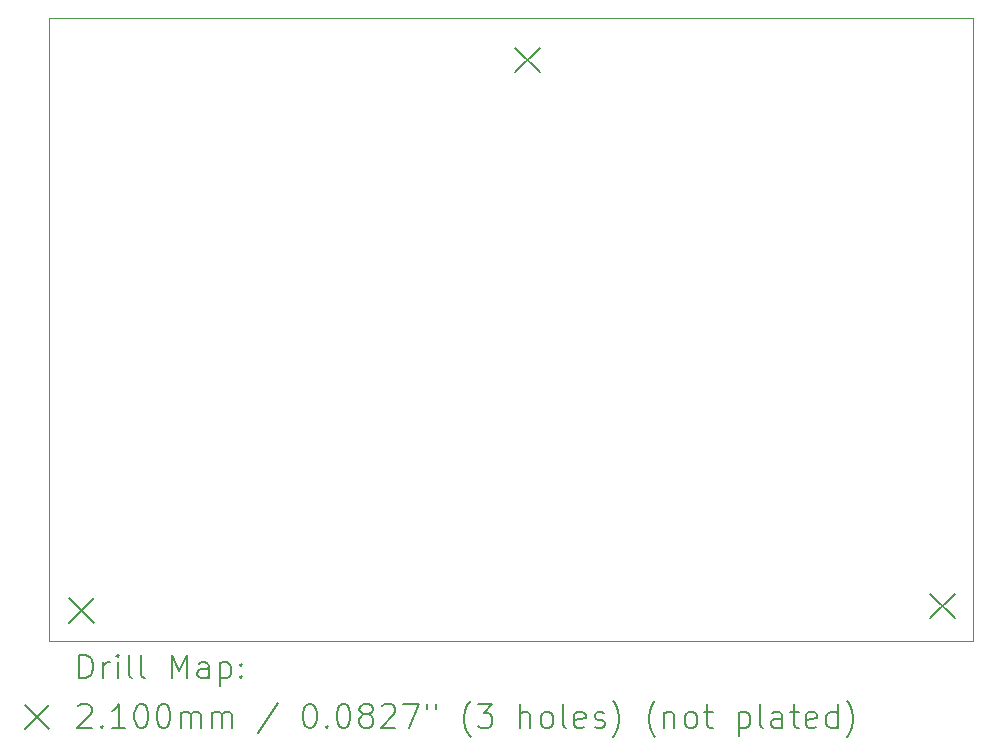
<source format=gbr>
%TF.GenerationSoftware,KiCad,Pcbnew,7.0.7*%
%TF.CreationDate,2024-02-11T14:13:46-05:00*%
%TF.ProjectId,Teddi 2-11-24,54656464-6920-4322-9d31-312d32342e6b,rev?*%
%TF.SameCoordinates,Original*%
%TF.FileFunction,Drillmap*%
%TF.FilePolarity,Positive*%
%FSLAX45Y45*%
G04 Gerber Fmt 4.5, Leading zero omitted, Abs format (unit mm)*
G04 Created by KiCad (PCBNEW 7.0.7) date 2024-02-11 14:13:46*
%MOMM*%
%LPD*%
G01*
G04 APERTURE LIST*
%ADD10C,0.100000*%
%ADD11C,0.200000*%
%ADD12C,0.210000*%
G04 APERTURE END LIST*
D10*
X5300000Y-7750000D02*
X13120000Y-7750000D01*
X13120000Y-13020000D01*
X5300000Y-13020000D01*
X5300000Y-7750000D01*
D11*
D12*
X5470300Y-12658500D02*
X5680300Y-12868500D01*
X5680300Y-12658500D02*
X5470300Y-12868500D01*
X9242200Y-7997600D02*
X9452200Y-8207600D01*
X9452200Y-7997600D02*
X9242200Y-8207600D01*
X12760100Y-12620400D02*
X12970100Y-12830400D01*
X12970100Y-12620400D02*
X12760100Y-12830400D01*
D11*
X5555777Y-13336484D02*
X5555777Y-13136484D01*
X5555777Y-13136484D02*
X5603396Y-13136484D01*
X5603396Y-13136484D02*
X5631967Y-13146008D01*
X5631967Y-13146008D02*
X5651015Y-13165055D01*
X5651015Y-13165055D02*
X5660539Y-13184103D01*
X5660539Y-13184103D02*
X5670062Y-13222198D01*
X5670062Y-13222198D02*
X5670062Y-13250769D01*
X5670062Y-13250769D02*
X5660539Y-13288865D01*
X5660539Y-13288865D02*
X5651015Y-13307912D01*
X5651015Y-13307912D02*
X5631967Y-13326960D01*
X5631967Y-13326960D02*
X5603396Y-13336484D01*
X5603396Y-13336484D02*
X5555777Y-13336484D01*
X5755777Y-13336484D02*
X5755777Y-13203150D01*
X5755777Y-13241246D02*
X5765301Y-13222198D01*
X5765301Y-13222198D02*
X5774824Y-13212674D01*
X5774824Y-13212674D02*
X5793872Y-13203150D01*
X5793872Y-13203150D02*
X5812920Y-13203150D01*
X5879586Y-13336484D02*
X5879586Y-13203150D01*
X5879586Y-13136484D02*
X5870062Y-13146008D01*
X5870062Y-13146008D02*
X5879586Y-13155531D01*
X5879586Y-13155531D02*
X5889110Y-13146008D01*
X5889110Y-13146008D02*
X5879586Y-13136484D01*
X5879586Y-13136484D02*
X5879586Y-13155531D01*
X6003396Y-13336484D02*
X5984348Y-13326960D01*
X5984348Y-13326960D02*
X5974824Y-13307912D01*
X5974824Y-13307912D02*
X5974824Y-13136484D01*
X6108158Y-13336484D02*
X6089110Y-13326960D01*
X6089110Y-13326960D02*
X6079586Y-13307912D01*
X6079586Y-13307912D02*
X6079586Y-13136484D01*
X6336729Y-13336484D02*
X6336729Y-13136484D01*
X6336729Y-13136484D02*
X6403396Y-13279341D01*
X6403396Y-13279341D02*
X6470062Y-13136484D01*
X6470062Y-13136484D02*
X6470062Y-13336484D01*
X6651015Y-13336484D02*
X6651015Y-13231722D01*
X6651015Y-13231722D02*
X6641491Y-13212674D01*
X6641491Y-13212674D02*
X6622443Y-13203150D01*
X6622443Y-13203150D02*
X6584348Y-13203150D01*
X6584348Y-13203150D02*
X6565301Y-13212674D01*
X6651015Y-13326960D02*
X6631967Y-13336484D01*
X6631967Y-13336484D02*
X6584348Y-13336484D01*
X6584348Y-13336484D02*
X6565301Y-13326960D01*
X6565301Y-13326960D02*
X6555777Y-13307912D01*
X6555777Y-13307912D02*
X6555777Y-13288865D01*
X6555777Y-13288865D02*
X6565301Y-13269817D01*
X6565301Y-13269817D02*
X6584348Y-13260293D01*
X6584348Y-13260293D02*
X6631967Y-13260293D01*
X6631967Y-13260293D02*
X6651015Y-13250769D01*
X6746253Y-13203150D02*
X6746253Y-13403150D01*
X6746253Y-13212674D02*
X6765301Y-13203150D01*
X6765301Y-13203150D02*
X6803396Y-13203150D01*
X6803396Y-13203150D02*
X6822443Y-13212674D01*
X6822443Y-13212674D02*
X6831967Y-13222198D01*
X6831967Y-13222198D02*
X6841491Y-13241246D01*
X6841491Y-13241246D02*
X6841491Y-13298388D01*
X6841491Y-13298388D02*
X6831967Y-13317436D01*
X6831967Y-13317436D02*
X6822443Y-13326960D01*
X6822443Y-13326960D02*
X6803396Y-13336484D01*
X6803396Y-13336484D02*
X6765301Y-13336484D01*
X6765301Y-13336484D02*
X6746253Y-13326960D01*
X6927205Y-13317436D02*
X6936729Y-13326960D01*
X6936729Y-13326960D02*
X6927205Y-13336484D01*
X6927205Y-13336484D02*
X6917682Y-13326960D01*
X6917682Y-13326960D02*
X6927205Y-13317436D01*
X6927205Y-13317436D02*
X6927205Y-13336484D01*
X6927205Y-13212674D02*
X6936729Y-13222198D01*
X6936729Y-13222198D02*
X6927205Y-13231722D01*
X6927205Y-13231722D02*
X6917682Y-13222198D01*
X6917682Y-13222198D02*
X6927205Y-13212674D01*
X6927205Y-13212674D02*
X6927205Y-13231722D01*
X5095000Y-13565000D02*
X5295000Y-13765000D01*
X5295000Y-13565000D02*
X5095000Y-13765000D01*
X5546253Y-13575531D02*
X5555777Y-13566008D01*
X5555777Y-13566008D02*
X5574824Y-13556484D01*
X5574824Y-13556484D02*
X5622443Y-13556484D01*
X5622443Y-13556484D02*
X5641491Y-13566008D01*
X5641491Y-13566008D02*
X5651015Y-13575531D01*
X5651015Y-13575531D02*
X5660539Y-13594579D01*
X5660539Y-13594579D02*
X5660539Y-13613627D01*
X5660539Y-13613627D02*
X5651015Y-13642198D01*
X5651015Y-13642198D02*
X5536729Y-13756484D01*
X5536729Y-13756484D02*
X5660539Y-13756484D01*
X5746253Y-13737436D02*
X5755777Y-13746960D01*
X5755777Y-13746960D02*
X5746253Y-13756484D01*
X5746253Y-13756484D02*
X5736729Y-13746960D01*
X5736729Y-13746960D02*
X5746253Y-13737436D01*
X5746253Y-13737436D02*
X5746253Y-13756484D01*
X5946253Y-13756484D02*
X5831967Y-13756484D01*
X5889110Y-13756484D02*
X5889110Y-13556484D01*
X5889110Y-13556484D02*
X5870062Y-13585055D01*
X5870062Y-13585055D02*
X5851015Y-13604103D01*
X5851015Y-13604103D02*
X5831967Y-13613627D01*
X6070062Y-13556484D02*
X6089110Y-13556484D01*
X6089110Y-13556484D02*
X6108158Y-13566008D01*
X6108158Y-13566008D02*
X6117682Y-13575531D01*
X6117682Y-13575531D02*
X6127205Y-13594579D01*
X6127205Y-13594579D02*
X6136729Y-13632674D01*
X6136729Y-13632674D02*
X6136729Y-13680293D01*
X6136729Y-13680293D02*
X6127205Y-13718388D01*
X6127205Y-13718388D02*
X6117682Y-13737436D01*
X6117682Y-13737436D02*
X6108158Y-13746960D01*
X6108158Y-13746960D02*
X6089110Y-13756484D01*
X6089110Y-13756484D02*
X6070062Y-13756484D01*
X6070062Y-13756484D02*
X6051015Y-13746960D01*
X6051015Y-13746960D02*
X6041491Y-13737436D01*
X6041491Y-13737436D02*
X6031967Y-13718388D01*
X6031967Y-13718388D02*
X6022443Y-13680293D01*
X6022443Y-13680293D02*
X6022443Y-13632674D01*
X6022443Y-13632674D02*
X6031967Y-13594579D01*
X6031967Y-13594579D02*
X6041491Y-13575531D01*
X6041491Y-13575531D02*
X6051015Y-13566008D01*
X6051015Y-13566008D02*
X6070062Y-13556484D01*
X6260539Y-13556484D02*
X6279586Y-13556484D01*
X6279586Y-13556484D02*
X6298634Y-13566008D01*
X6298634Y-13566008D02*
X6308158Y-13575531D01*
X6308158Y-13575531D02*
X6317682Y-13594579D01*
X6317682Y-13594579D02*
X6327205Y-13632674D01*
X6327205Y-13632674D02*
X6327205Y-13680293D01*
X6327205Y-13680293D02*
X6317682Y-13718388D01*
X6317682Y-13718388D02*
X6308158Y-13737436D01*
X6308158Y-13737436D02*
X6298634Y-13746960D01*
X6298634Y-13746960D02*
X6279586Y-13756484D01*
X6279586Y-13756484D02*
X6260539Y-13756484D01*
X6260539Y-13756484D02*
X6241491Y-13746960D01*
X6241491Y-13746960D02*
X6231967Y-13737436D01*
X6231967Y-13737436D02*
X6222443Y-13718388D01*
X6222443Y-13718388D02*
X6212920Y-13680293D01*
X6212920Y-13680293D02*
X6212920Y-13632674D01*
X6212920Y-13632674D02*
X6222443Y-13594579D01*
X6222443Y-13594579D02*
X6231967Y-13575531D01*
X6231967Y-13575531D02*
X6241491Y-13566008D01*
X6241491Y-13566008D02*
X6260539Y-13556484D01*
X6412920Y-13756484D02*
X6412920Y-13623150D01*
X6412920Y-13642198D02*
X6422443Y-13632674D01*
X6422443Y-13632674D02*
X6441491Y-13623150D01*
X6441491Y-13623150D02*
X6470063Y-13623150D01*
X6470063Y-13623150D02*
X6489110Y-13632674D01*
X6489110Y-13632674D02*
X6498634Y-13651722D01*
X6498634Y-13651722D02*
X6498634Y-13756484D01*
X6498634Y-13651722D02*
X6508158Y-13632674D01*
X6508158Y-13632674D02*
X6527205Y-13623150D01*
X6527205Y-13623150D02*
X6555777Y-13623150D01*
X6555777Y-13623150D02*
X6574824Y-13632674D01*
X6574824Y-13632674D02*
X6584348Y-13651722D01*
X6584348Y-13651722D02*
X6584348Y-13756484D01*
X6679586Y-13756484D02*
X6679586Y-13623150D01*
X6679586Y-13642198D02*
X6689110Y-13632674D01*
X6689110Y-13632674D02*
X6708158Y-13623150D01*
X6708158Y-13623150D02*
X6736729Y-13623150D01*
X6736729Y-13623150D02*
X6755777Y-13632674D01*
X6755777Y-13632674D02*
X6765301Y-13651722D01*
X6765301Y-13651722D02*
X6765301Y-13756484D01*
X6765301Y-13651722D02*
X6774824Y-13632674D01*
X6774824Y-13632674D02*
X6793872Y-13623150D01*
X6793872Y-13623150D02*
X6822443Y-13623150D01*
X6822443Y-13623150D02*
X6841491Y-13632674D01*
X6841491Y-13632674D02*
X6851015Y-13651722D01*
X6851015Y-13651722D02*
X6851015Y-13756484D01*
X7241491Y-13546960D02*
X7070063Y-13804103D01*
X7498634Y-13556484D02*
X7517682Y-13556484D01*
X7517682Y-13556484D02*
X7536729Y-13566008D01*
X7536729Y-13566008D02*
X7546253Y-13575531D01*
X7546253Y-13575531D02*
X7555777Y-13594579D01*
X7555777Y-13594579D02*
X7565301Y-13632674D01*
X7565301Y-13632674D02*
X7565301Y-13680293D01*
X7565301Y-13680293D02*
X7555777Y-13718388D01*
X7555777Y-13718388D02*
X7546253Y-13737436D01*
X7546253Y-13737436D02*
X7536729Y-13746960D01*
X7536729Y-13746960D02*
X7517682Y-13756484D01*
X7517682Y-13756484D02*
X7498634Y-13756484D01*
X7498634Y-13756484D02*
X7479586Y-13746960D01*
X7479586Y-13746960D02*
X7470063Y-13737436D01*
X7470063Y-13737436D02*
X7460539Y-13718388D01*
X7460539Y-13718388D02*
X7451015Y-13680293D01*
X7451015Y-13680293D02*
X7451015Y-13632674D01*
X7451015Y-13632674D02*
X7460539Y-13594579D01*
X7460539Y-13594579D02*
X7470063Y-13575531D01*
X7470063Y-13575531D02*
X7479586Y-13566008D01*
X7479586Y-13566008D02*
X7498634Y-13556484D01*
X7651015Y-13737436D02*
X7660539Y-13746960D01*
X7660539Y-13746960D02*
X7651015Y-13756484D01*
X7651015Y-13756484D02*
X7641491Y-13746960D01*
X7641491Y-13746960D02*
X7651015Y-13737436D01*
X7651015Y-13737436D02*
X7651015Y-13756484D01*
X7784348Y-13556484D02*
X7803396Y-13556484D01*
X7803396Y-13556484D02*
X7822444Y-13566008D01*
X7822444Y-13566008D02*
X7831967Y-13575531D01*
X7831967Y-13575531D02*
X7841491Y-13594579D01*
X7841491Y-13594579D02*
X7851015Y-13632674D01*
X7851015Y-13632674D02*
X7851015Y-13680293D01*
X7851015Y-13680293D02*
X7841491Y-13718388D01*
X7841491Y-13718388D02*
X7831967Y-13737436D01*
X7831967Y-13737436D02*
X7822444Y-13746960D01*
X7822444Y-13746960D02*
X7803396Y-13756484D01*
X7803396Y-13756484D02*
X7784348Y-13756484D01*
X7784348Y-13756484D02*
X7765301Y-13746960D01*
X7765301Y-13746960D02*
X7755777Y-13737436D01*
X7755777Y-13737436D02*
X7746253Y-13718388D01*
X7746253Y-13718388D02*
X7736729Y-13680293D01*
X7736729Y-13680293D02*
X7736729Y-13632674D01*
X7736729Y-13632674D02*
X7746253Y-13594579D01*
X7746253Y-13594579D02*
X7755777Y-13575531D01*
X7755777Y-13575531D02*
X7765301Y-13566008D01*
X7765301Y-13566008D02*
X7784348Y-13556484D01*
X7965301Y-13642198D02*
X7946253Y-13632674D01*
X7946253Y-13632674D02*
X7936729Y-13623150D01*
X7936729Y-13623150D02*
X7927206Y-13604103D01*
X7927206Y-13604103D02*
X7927206Y-13594579D01*
X7927206Y-13594579D02*
X7936729Y-13575531D01*
X7936729Y-13575531D02*
X7946253Y-13566008D01*
X7946253Y-13566008D02*
X7965301Y-13556484D01*
X7965301Y-13556484D02*
X8003396Y-13556484D01*
X8003396Y-13556484D02*
X8022444Y-13566008D01*
X8022444Y-13566008D02*
X8031967Y-13575531D01*
X8031967Y-13575531D02*
X8041491Y-13594579D01*
X8041491Y-13594579D02*
X8041491Y-13604103D01*
X8041491Y-13604103D02*
X8031967Y-13623150D01*
X8031967Y-13623150D02*
X8022444Y-13632674D01*
X8022444Y-13632674D02*
X8003396Y-13642198D01*
X8003396Y-13642198D02*
X7965301Y-13642198D01*
X7965301Y-13642198D02*
X7946253Y-13651722D01*
X7946253Y-13651722D02*
X7936729Y-13661246D01*
X7936729Y-13661246D02*
X7927206Y-13680293D01*
X7927206Y-13680293D02*
X7927206Y-13718388D01*
X7927206Y-13718388D02*
X7936729Y-13737436D01*
X7936729Y-13737436D02*
X7946253Y-13746960D01*
X7946253Y-13746960D02*
X7965301Y-13756484D01*
X7965301Y-13756484D02*
X8003396Y-13756484D01*
X8003396Y-13756484D02*
X8022444Y-13746960D01*
X8022444Y-13746960D02*
X8031967Y-13737436D01*
X8031967Y-13737436D02*
X8041491Y-13718388D01*
X8041491Y-13718388D02*
X8041491Y-13680293D01*
X8041491Y-13680293D02*
X8031967Y-13661246D01*
X8031967Y-13661246D02*
X8022444Y-13651722D01*
X8022444Y-13651722D02*
X8003396Y-13642198D01*
X8117682Y-13575531D02*
X8127206Y-13566008D01*
X8127206Y-13566008D02*
X8146253Y-13556484D01*
X8146253Y-13556484D02*
X8193872Y-13556484D01*
X8193872Y-13556484D02*
X8212920Y-13566008D01*
X8212920Y-13566008D02*
X8222444Y-13575531D01*
X8222444Y-13575531D02*
X8231967Y-13594579D01*
X8231967Y-13594579D02*
X8231967Y-13613627D01*
X8231967Y-13613627D02*
X8222444Y-13642198D01*
X8222444Y-13642198D02*
X8108158Y-13756484D01*
X8108158Y-13756484D02*
X8231967Y-13756484D01*
X8298634Y-13556484D02*
X8431968Y-13556484D01*
X8431968Y-13556484D02*
X8346253Y-13756484D01*
X8498634Y-13556484D02*
X8498634Y-13594579D01*
X8574825Y-13556484D02*
X8574825Y-13594579D01*
X8870063Y-13832674D02*
X8860539Y-13823150D01*
X8860539Y-13823150D02*
X8841491Y-13794579D01*
X8841491Y-13794579D02*
X8831968Y-13775531D01*
X8831968Y-13775531D02*
X8822444Y-13746960D01*
X8822444Y-13746960D02*
X8812920Y-13699341D01*
X8812920Y-13699341D02*
X8812920Y-13661246D01*
X8812920Y-13661246D02*
X8822444Y-13613627D01*
X8822444Y-13613627D02*
X8831968Y-13585055D01*
X8831968Y-13585055D02*
X8841491Y-13566008D01*
X8841491Y-13566008D02*
X8860539Y-13537436D01*
X8860539Y-13537436D02*
X8870063Y-13527912D01*
X8927206Y-13556484D02*
X9051015Y-13556484D01*
X9051015Y-13556484D02*
X8984349Y-13632674D01*
X8984349Y-13632674D02*
X9012920Y-13632674D01*
X9012920Y-13632674D02*
X9031968Y-13642198D01*
X9031968Y-13642198D02*
X9041491Y-13651722D01*
X9041491Y-13651722D02*
X9051015Y-13670769D01*
X9051015Y-13670769D02*
X9051015Y-13718388D01*
X9051015Y-13718388D02*
X9041491Y-13737436D01*
X9041491Y-13737436D02*
X9031968Y-13746960D01*
X9031968Y-13746960D02*
X9012920Y-13756484D01*
X9012920Y-13756484D02*
X8955777Y-13756484D01*
X8955777Y-13756484D02*
X8936730Y-13746960D01*
X8936730Y-13746960D02*
X8927206Y-13737436D01*
X9289111Y-13756484D02*
X9289111Y-13556484D01*
X9374825Y-13756484D02*
X9374825Y-13651722D01*
X9374825Y-13651722D02*
X9365301Y-13632674D01*
X9365301Y-13632674D02*
X9346253Y-13623150D01*
X9346253Y-13623150D02*
X9317682Y-13623150D01*
X9317682Y-13623150D02*
X9298634Y-13632674D01*
X9298634Y-13632674D02*
X9289111Y-13642198D01*
X9498634Y-13756484D02*
X9479587Y-13746960D01*
X9479587Y-13746960D02*
X9470063Y-13737436D01*
X9470063Y-13737436D02*
X9460539Y-13718388D01*
X9460539Y-13718388D02*
X9460539Y-13661246D01*
X9460539Y-13661246D02*
X9470063Y-13642198D01*
X9470063Y-13642198D02*
X9479587Y-13632674D01*
X9479587Y-13632674D02*
X9498634Y-13623150D01*
X9498634Y-13623150D02*
X9527206Y-13623150D01*
X9527206Y-13623150D02*
X9546253Y-13632674D01*
X9546253Y-13632674D02*
X9555777Y-13642198D01*
X9555777Y-13642198D02*
X9565301Y-13661246D01*
X9565301Y-13661246D02*
X9565301Y-13718388D01*
X9565301Y-13718388D02*
X9555777Y-13737436D01*
X9555777Y-13737436D02*
X9546253Y-13746960D01*
X9546253Y-13746960D02*
X9527206Y-13756484D01*
X9527206Y-13756484D02*
X9498634Y-13756484D01*
X9679587Y-13756484D02*
X9660539Y-13746960D01*
X9660539Y-13746960D02*
X9651015Y-13727912D01*
X9651015Y-13727912D02*
X9651015Y-13556484D01*
X9831968Y-13746960D02*
X9812920Y-13756484D01*
X9812920Y-13756484D02*
X9774825Y-13756484D01*
X9774825Y-13756484D02*
X9755777Y-13746960D01*
X9755777Y-13746960D02*
X9746253Y-13727912D01*
X9746253Y-13727912D02*
X9746253Y-13651722D01*
X9746253Y-13651722D02*
X9755777Y-13632674D01*
X9755777Y-13632674D02*
X9774825Y-13623150D01*
X9774825Y-13623150D02*
X9812920Y-13623150D01*
X9812920Y-13623150D02*
X9831968Y-13632674D01*
X9831968Y-13632674D02*
X9841492Y-13651722D01*
X9841492Y-13651722D02*
X9841492Y-13670769D01*
X9841492Y-13670769D02*
X9746253Y-13689817D01*
X9917682Y-13746960D02*
X9936730Y-13756484D01*
X9936730Y-13756484D02*
X9974825Y-13756484D01*
X9974825Y-13756484D02*
X9993873Y-13746960D01*
X9993873Y-13746960D02*
X10003396Y-13727912D01*
X10003396Y-13727912D02*
X10003396Y-13718388D01*
X10003396Y-13718388D02*
X9993873Y-13699341D01*
X9993873Y-13699341D02*
X9974825Y-13689817D01*
X9974825Y-13689817D02*
X9946253Y-13689817D01*
X9946253Y-13689817D02*
X9927206Y-13680293D01*
X9927206Y-13680293D02*
X9917682Y-13661246D01*
X9917682Y-13661246D02*
X9917682Y-13651722D01*
X9917682Y-13651722D02*
X9927206Y-13632674D01*
X9927206Y-13632674D02*
X9946253Y-13623150D01*
X9946253Y-13623150D02*
X9974825Y-13623150D01*
X9974825Y-13623150D02*
X9993873Y-13632674D01*
X10070063Y-13832674D02*
X10079587Y-13823150D01*
X10079587Y-13823150D02*
X10098634Y-13794579D01*
X10098634Y-13794579D02*
X10108158Y-13775531D01*
X10108158Y-13775531D02*
X10117682Y-13746960D01*
X10117682Y-13746960D02*
X10127206Y-13699341D01*
X10127206Y-13699341D02*
X10127206Y-13661246D01*
X10127206Y-13661246D02*
X10117682Y-13613627D01*
X10117682Y-13613627D02*
X10108158Y-13585055D01*
X10108158Y-13585055D02*
X10098634Y-13566008D01*
X10098634Y-13566008D02*
X10079587Y-13537436D01*
X10079587Y-13537436D02*
X10070063Y-13527912D01*
X10431968Y-13832674D02*
X10422444Y-13823150D01*
X10422444Y-13823150D02*
X10403396Y-13794579D01*
X10403396Y-13794579D02*
X10393873Y-13775531D01*
X10393873Y-13775531D02*
X10384349Y-13746960D01*
X10384349Y-13746960D02*
X10374825Y-13699341D01*
X10374825Y-13699341D02*
X10374825Y-13661246D01*
X10374825Y-13661246D02*
X10384349Y-13613627D01*
X10384349Y-13613627D02*
X10393873Y-13585055D01*
X10393873Y-13585055D02*
X10403396Y-13566008D01*
X10403396Y-13566008D02*
X10422444Y-13537436D01*
X10422444Y-13537436D02*
X10431968Y-13527912D01*
X10508158Y-13623150D02*
X10508158Y-13756484D01*
X10508158Y-13642198D02*
X10517682Y-13632674D01*
X10517682Y-13632674D02*
X10536730Y-13623150D01*
X10536730Y-13623150D02*
X10565301Y-13623150D01*
X10565301Y-13623150D02*
X10584349Y-13632674D01*
X10584349Y-13632674D02*
X10593873Y-13651722D01*
X10593873Y-13651722D02*
X10593873Y-13756484D01*
X10717682Y-13756484D02*
X10698634Y-13746960D01*
X10698634Y-13746960D02*
X10689111Y-13737436D01*
X10689111Y-13737436D02*
X10679587Y-13718388D01*
X10679587Y-13718388D02*
X10679587Y-13661246D01*
X10679587Y-13661246D02*
X10689111Y-13642198D01*
X10689111Y-13642198D02*
X10698634Y-13632674D01*
X10698634Y-13632674D02*
X10717682Y-13623150D01*
X10717682Y-13623150D02*
X10746254Y-13623150D01*
X10746254Y-13623150D02*
X10765301Y-13632674D01*
X10765301Y-13632674D02*
X10774825Y-13642198D01*
X10774825Y-13642198D02*
X10784349Y-13661246D01*
X10784349Y-13661246D02*
X10784349Y-13718388D01*
X10784349Y-13718388D02*
X10774825Y-13737436D01*
X10774825Y-13737436D02*
X10765301Y-13746960D01*
X10765301Y-13746960D02*
X10746254Y-13756484D01*
X10746254Y-13756484D02*
X10717682Y-13756484D01*
X10841492Y-13623150D02*
X10917682Y-13623150D01*
X10870063Y-13556484D02*
X10870063Y-13727912D01*
X10870063Y-13727912D02*
X10879587Y-13746960D01*
X10879587Y-13746960D02*
X10898634Y-13756484D01*
X10898634Y-13756484D02*
X10917682Y-13756484D01*
X11136730Y-13623150D02*
X11136730Y-13823150D01*
X11136730Y-13632674D02*
X11155777Y-13623150D01*
X11155777Y-13623150D02*
X11193873Y-13623150D01*
X11193873Y-13623150D02*
X11212920Y-13632674D01*
X11212920Y-13632674D02*
X11222444Y-13642198D01*
X11222444Y-13642198D02*
X11231968Y-13661246D01*
X11231968Y-13661246D02*
X11231968Y-13718388D01*
X11231968Y-13718388D02*
X11222444Y-13737436D01*
X11222444Y-13737436D02*
X11212920Y-13746960D01*
X11212920Y-13746960D02*
X11193873Y-13756484D01*
X11193873Y-13756484D02*
X11155777Y-13756484D01*
X11155777Y-13756484D02*
X11136730Y-13746960D01*
X11346253Y-13756484D02*
X11327206Y-13746960D01*
X11327206Y-13746960D02*
X11317682Y-13727912D01*
X11317682Y-13727912D02*
X11317682Y-13556484D01*
X11508158Y-13756484D02*
X11508158Y-13651722D01*
X11508158Y-13651722D02*
X11498634Y-13632674D01*
X11498634Y-13632674D02*
X11479587Y-13623150D01*
X11479587Y-13623150D02*
X11441492Y-13623150D01*
X11441492Y-13623150D02*
X11422444Y-13632674D01*
X11508158Y-13746960D02*
X11489111Y-13756484D01*
X11489111Y-13756484D02*
X11441492Y-13756484D01*
X11441492Y-13756484D02*
X11422444Y-13746960D01*
X11422444Y-13746960D02*
X11412920Y-13727912D01*
X11412920Y-13727912D02*
X11412920Y-13708865D01*
X11412920Y-13708865D02*
X11422444Y-13689817D01*
X11422444Y-13689817D02*
X11441492Y-13680293D01*
X11441492Y-13680293D02*
X11489111Y-13680293D01*
X11489111Y-13680293D02*
X11508158Y-13670769D01*
X11574825Y-13623150D02*
X11651015Y-13623150D01*
X11603396Y-13556484D02*
X11603396Y-13727912D01*
X11603396Y-13727912D02*
X11612920Y-13746960D01*
X11612920Y-13746960D02*
X11631968Y-13756484D01*
X11631968Y-13756484D02*
X11651015Y-13756484D01*
X11793873Y-13746960D02*
X11774825Y-13756484D01*
X11774825Y-13756484D02*
X11736730Y-13756484D01*
X11736730Y-13756484D02*
X11717682Y-13746960D01*
X11717682Y-13746960D02*
X11708158Y-13727912D01*
X11708158Y-13727912D02*
X11708158Y-13651722D01*
X11708158Y-13651722D02*
X11717682Y-13632674D01*
X11717682Y-13632674D02*
X11736730Y-13623150D01*
X11736730Y-13623150D02*
X11774825Y-13623150D01*
X11774825Y-13623150D02*
X11793873Y-13632674D01*
X11793873Y-13632674D02*
X11803396Y-13651722D01*
X11803396Y-13651722D02*
X11803396Y-13670769D01*
X11803396Y-13670769D02*
X11708158Y-13689817D01*
X11974825Y-13756484D02*
X11974825Y-13556484D01*
X11974825Y-13746960D02*
X11955777Y-13756484D01*
X11955777Y-13756484D02*
X11917682Y-13756484D01*
X11917682Y-13756484D02*
X11898634Y-13746960D01*
X11898634Y-13746960D02*
X11889111Y-13737436D01*
X11889111Y-13737436D02*
X11879587Y-13718388D01*
X11879587Y-13718388D02*
X11879587Y-13661246D01*
X11879587Y-13661246D02*
X11889111Y-13642198D01*
X11889111Y-13642198D02*
X11898634Y-13632674D01*
X11898634Y-13632674D02*
X11917682Y-13623150D01*
X11917682Y-13623150D02*
X11955777Y-13623150D01*
X11955777Y-13623150D02*
X11974825Y-13632674D01*
X12051015Y-13832674D02*
X12060539Y-13823150D01*
X12060539Y-13823150D02*
X12079587Y-13794579D01*
X12079587Y-13794579D02*
X12089111Y-13775531D01*
X12089111Y-13775531D02*
X12098634Y-13746960D01*
X12098634Y-13746960D02*
X12108158Y-13699341D01*
X12108158Y-13699341D02*
X12108158Y-13661246D01*
X12108158Y-13661246D02*
X12098634Y-13613627D01*
X12098634Y-13613627D02*
X12089111Y-13585055D01*
X12089111Y-13585055D02*
X12079587Y-13566008D01*
X12079587Y-13566008D02*
X12060539Y-13537436D01*
X12060539Y-13537436D02*
X12051015Y-13527912D01*
M02*

</source>
